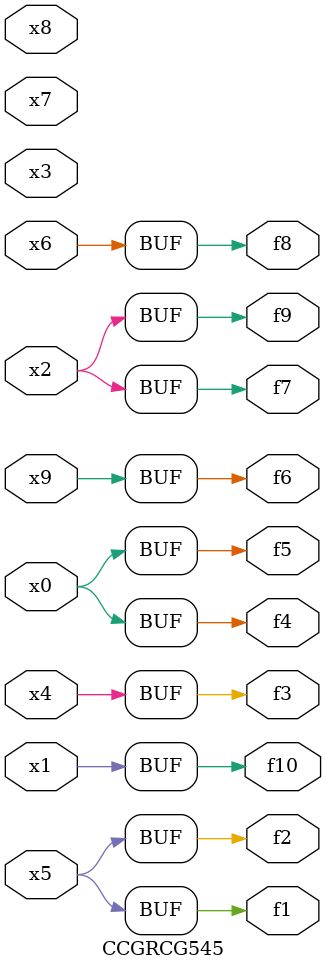
<source format=v>
module CCGRCG545(
	input x0, x1, x2, x3, x4, x5, x6, x7, x8, x9,
	output f1, f2, f3, f4, f5, f6, f7, f8, f9, f10
);
	assign f1 = x5;
	assign f2 = x5;
	assign f3 = x4;
	assign f4 = x0;
	assign f5 = x0;
	assign f6 = x9;
	assign f7 = x2;
	assign f8 = x6;
	assign f9 = x2;
	assign f10 = x1;
endmodule

</source>
